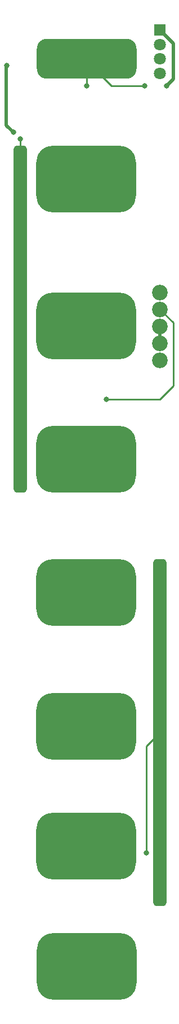
<source format=gtl>
G04 #@! TF.GenerationSoftware,KiCad,Pcbnew,7.0.5-0*
G04 #@! TF.CreationDate,2024-12-12T00:25:14-05:00*
G04 #@! TF.ProjectId,ESP32_MIDI_v3.kicad_pro,45535033-325f-44d4-9944-495f76332e6b,rev?*
G04 #@! TF.SameCoordinates,Original*
G04 #@! TF.FileFunction,Copper,L1,Top*
G04 #@! TF.FilePolarity,Positive*
%FSLAX46Y46*%
G04 Gerber Fmt 4.6, Leading zero omitted, Abs format (unit mm)*
G04 Created by KiCad (PCBNEW 7.0.5-0) date 2024-12-12 00:25:14*
%MOMM*%
%LPD*%
G01*
G04 APERTURE LIST*
G04 Aperture macros list*
%AMRoundRect*
0 Rectangle with rounded corners*
0 $1 Rounding radius*
0 $2 $3 $4 $5 $6 $7 $8 $9 X,Y pos of 4 corners*
0 Add a 4 corners polygon primitive as box body*
4,1,4,$2,$3,$4,$5,$6,$7,$8,$9,$2,$3,0*
0 Add four circle primitives for the rounded corners*
1,1,$1+$1,$2,$3*
1,1,$1+$1,$4,$5*
1,1,$1+$1,$6,$7*
1,1,$1+$1,$8,$9*
0 Add four rect primitives between the rounded corners*
20,1,$1+$1,$2,$3,$4,$5,0*
20,1,$1+$1,$4,$5,$6,$7,0*
20,1,$1+$1,$6,$7,$8,$9,0*
20,1,$1+$1,$8,$9,$2,$3,0*%
G04 Aperture macros list end*
G04 #@! TA.AperFunction,ComponentPad*
%ADD10C,2.340000*%
G04 #@! TD*
G04 #@! TA.AperFunction,SMDPad,CuDef*
%ADD11RoundRect,0.500000X0.500000X-25.500000X0.500000X25.500000X-0.500000X25.500000X-0.500000X-25.500000X0*%
G04 #@! TD*
G04 #@! TA.AperFunction,SMDPad,CuDef*
%ADD12RoundRect,1.500000X-6.000000X-1.500000X6.000000X-1.500000X6.000000X1.500000X-6.000000X1.500000X0*%
G04 #@! TD*
G04 #@! TA.AperFunction,SMDPad,CuDef*
%ADD13RoundRect,2.500000X-5.000000X-2.500000X5.000000X-2.500000X5.000000X2.500000X-5.000000X2.500000X0*%
G04 #@! TD*
G04 #@! TA.AperFunction,ComponentPad*
%ADD14R,1.800000X1.800000*%
G04 #@! TD*
G04 #@! TA.AperFunction,ComponentPad*
%ADD15C,1.800000*%
G04 #@! TD*
G04 #@! TA.AperFunction,ViaPad*
%ADD16C,0.800000*%
G04 #@! TD*
G04 #@! TA.AperFunction,Conductor*
%ADD17C,0.500000*%
G04 #@! TD*
G04 #@! TA.AperFunction,Conductor*
%ADD18C,0.250000*%
G04 #@! TD*
G04 APERTURE END LIST*
D10*
X51000000Y-73000000D03*
X51000000Y-75540000D03*
X51000000Y-78080000D03*
X51000000Y-80620000D03*
X51000000Y-83160000D03*
D11*
X30000000Y-77000000D03*
X51000000Y-139000000D03*
D12*
X40000000Y-38000000D03*
D13*
X40000000Y-174000000D03*
X39922000Y-156000000D03*
X39922000Y-138000000D03*
X39922000Y-118000000D03*
X39922000Y-98000000D03*
X39922000Y-78000000D03*
X39922000Y-56000000D03*
D14*
X51000000Y-33682000D03*
D15*
X51000000Y-35841000D03*
X51000000Y-38000000D03*
X51000000Y-40159000D03*
D16*
X52000000Y-42000000D03*
X29000000Y-49000000D03*
X28000000Y-39000000D03*
X40000000Y-42000000D03*
X48724500Y-42000000D03*
X44724500Y-57380498D03*
X44724500Y-78000000D03*
X49000000Y-157000000D03*
X30000000Y-50000000D03*
X43000000Y-89000000D03*
X37000000Y-100000000D03*
X37000000Y-120000000D03*
X38000000Y-140000000D03*
X39000000Y-159000000D03*
X37000000Y-171000000D03*
D17*
X51000000Y-78080000D02*
X51000000Y-80620000D01*
D18*
X43000000Y-89000000D02*
X51000000Y-89000000D01*
X51000000Y-89000000D02*
X53000000Y-87000000D01*
X53000000Y-87000000D02*
X53000000Y-77540000D01*
X53000000Y-77540000D02*
X51000000Y-75540000D01*
X40000000Y-38275500D02*
X40000000Y-38000000D01*
X48724500Y-42000000D02*
X43724500Y-42000000D01*
X43724500Y-42000000D02*
X40000000Y-38275500D01*
D17*
X51000000Y-33682000D02*
X53000000Y-35682000D01*
X53000000Y-35682000D02*
X53000000Y-41000000D01*
X53000000Y-41000000D02*
X52000000Y-42000000D01*
X28000000Y-48000000D02*
X27900000Y-47900000D01*
X27900000Y-47900000D02*
X27900000Y-39100000D01*
X27900000Y-39100000D02*
X28000000Y-39000000D01*
X29000000Y-49000000D02*
X28000000Y-48000000D01*
D18*
X40000000Y-42000000D02*
X40000000Y-38000000D01*
X49000000Y-157000000D02*
X49000000Y-141000000D01*
X49000000Y-141000000D02*
X51000000Y-139000000D01*
X30000000Y-77000000D02*
X30000000Y-50000000D01*
X35000000Y-79000000D02*
X38128928Y-79000000D01*
X38128928Y-79000000D02*
X38525464Y-79396536D01*
X37000000Y-100000000D02*
X37922000Y-100000000D01*
X37922000Y-100000000D02*
X38525464Y-99396536D01*
X37922000Y-120000000D02*
X38525464Y-119396536D01*
X37000000Y-120000000D02*
X37922000Y-120000000D01*
X38000000Y-139922000D02*
X38525464Y-139396536D01*
X38000000Y-140000000D02*
X38000000Y-139922000D01*
X39103928Y-157975000D02*
X39922000Y-157975000D01*
X39000000Y-159000000D02*
X39000000Y-158078928D01*
X39000000Y-158078928D02*
X39103928Y-157975000D01*
X37000000Y-171000000D02*
X40000000Y-174000000D01*
X44000000Y-171000000D02*
X43000000Y-171000000D01*
X43000000Y-171000000D02*
X40000000Y-174000000D01*
M02*

</source>
